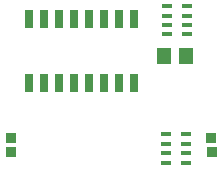
<source format=gbr>
%FSLAX34Y34*%
%MOMM*%
%LNSMDMASK_BOTTOM*%
G71*
G01*
%ADD10R, 0.760X1.500*%
%ADD11R, 1.300X1.400*%
%ADD12R, 0.900X0.400*%
%ADD13R, 0.900X0.900*%
%LPD*%
X140737Y-109588D02*
G54D10*
D03*
X128037Y-109588D02*
G54D10*
D03*
X115337Y-109588D02*
G54D10*
D03*
X102637Y-109588D02*
G54D10*
D03*
X140737Y-55588D02*
G54D10*
D03*
X128037Y-55588D02*
G54D10*
D03*
X115337Y-55588D02*
G54D10*
D03*
X102638Y-55588D02*
G54D10*
D03*
X89938Y-109588D02*
G54D10*
D03*
X77237Y-109588D02*
G54D10*
D03*
X64537Y-109588D02*
G54D10*
D03*
X89937Y-55588D02*
G54D10*
D03*
X77238Y-55588D02*
G54D10*
D03*
X64538Y-55588D02*
G54D10*
D03*
X51837Y-109588D02*
G54D10*
D03*
X51838Y-55588D02*
G54D10*
D03*
X185147Y-87085D02*
G54D11*
D03*
X166147Y-87085D02*
G54D11*
D03*
X185851Y-44503D02*
G54D12*
D03*
X168851Y-44502D02*
G54D12*
D03*
X185851Y-52502D02*
G54D12*
D03*
X168851Y-52502D02*
G54D12*
D03*
X185851Y-60502D02*
G54D12*
D03*
X168851Y-60502D02*
G54D12*
D03*
X185851Y-68502D02*
G54D12*
D03*
X168851Y-68502D02*
G54D12*
D03*
X185382Y-153006D02*
G54D12*
D03*
X168383Y-153005D02*
G54D12*
D03*
X185382Y-161005D02*
G54D12*
D03*
X168383Y-161005D02*
G54D12*
D03*
X185382Y-169005D02*
G54D12*
D03*
X168383Y-169005D02*
G54D12*
D03*
X185382Y-177005D02*
G54D12*
D03*
X168383Y-177005D02*
G54D12*
D03*
X36700Y-168050D02*
G54D13*
D03*
X36600Y-155850D02*
G54D13*
D03*
X206700Y-168050D02*
G54D13*
D03*
X206600Y-155850D02*
G54D13*
D03*
M02*

</source>
